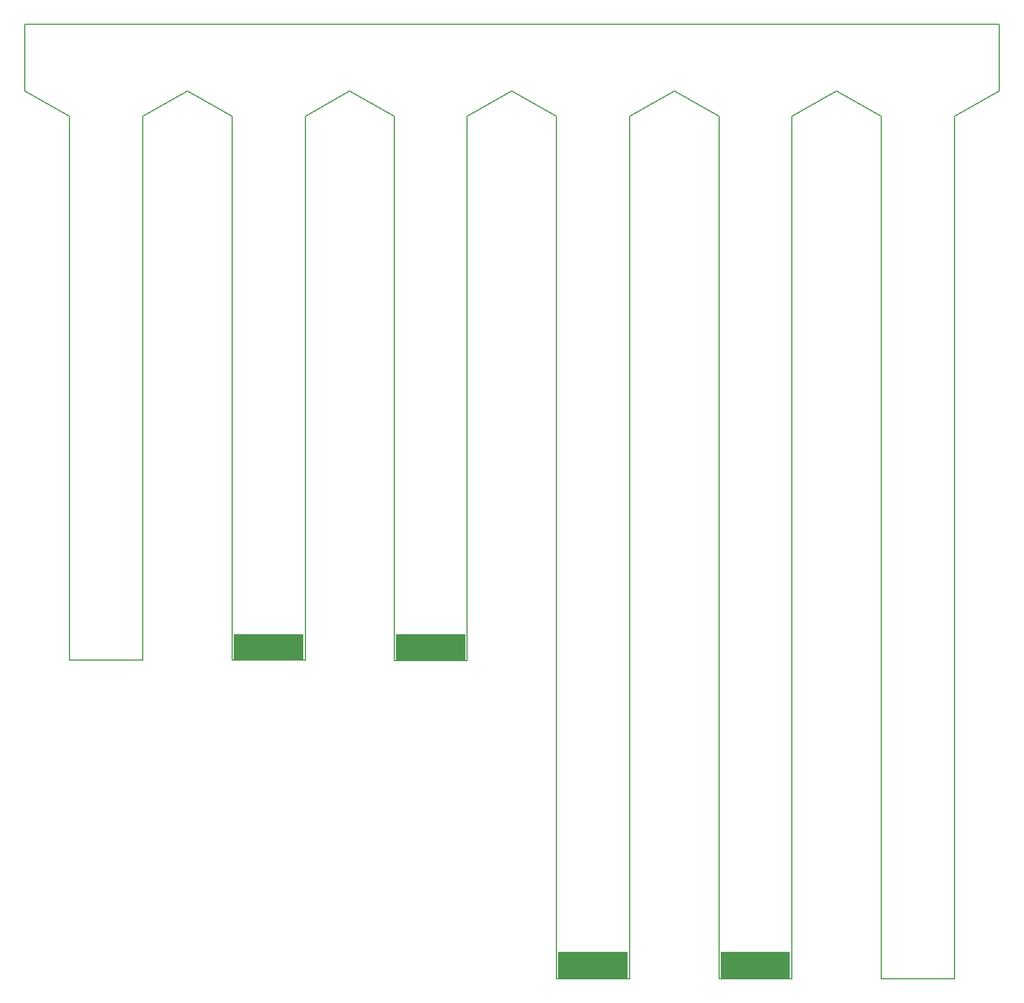
<source format=gbr>
%TF.GenerationSoftware,KiCad,Pcbnew,5.1.5+dfsg1-2~bpo10+1*%
%TF.CreationDate,2020-08-19T00:00:04+02:00*%
%TF.ProjectId,antmicro-alvium-flex-csi-adapter,616e746d-6963-4726-9f2d-616c7669756d,1.0.1*%
%TF.SameCoordinates,Original*%
%TF.FileFunction,Soldermask,Bot*%
%TF.FilePolarity,Negative*%
%FSLAX46Y46*%
G04 Gerber Fmt 4.6, Leading zero omitted, Abs format (unit mm)*
G04 Created by KiCad (PCBNEW 5.1.5+dfsg1-2~bpo10+1) date 2020-08-19 00:00:04 commit e5c3baf*
%MOMM*%
%LPD*%
G04 APERTURE LIST*
%ADD10C,0.150000*%
%ADD11C,0.100000*%
G04 APERTURE END LIST*
D10*
X285016000Y-214846000D02*
X296516000Y-214846000D01*
X303536000Y-64736000D02*
X303536000Y-75260000D01*
X278009000Y-75260000D02*
X285016000Y-79260000D01*
X296516000Y-79260000D02*
X303536000Y-75260000D01*
X285016000Y-214846000D02*
X285016000Y-79260000D01*
X296516000Y-214846000D02*
X296516000Y-79260000D01*
X168952000Y-79250000D02*
X175929000Y-75250000D01*
X150402000Y-64736000D02*
X150402000Y-75250000D01*
X157452000Y-164786000D02*
X168952000Y-164786000D01*
X157452000Y-164786000D02*
X157452000Y-79250000D01*
X168952000Y-164786000D02*
X168952000Y-79250000D01*
X150402000Y-75250000D02*
X157452000Y-79250000D01*
X233949000Y-214846000D02*
X233949000Y-79260000D01*
X252469000Y-75260000D02*
X259489000Y-79260000D01*
X270989000Y-214846000D02*
X270989000Y-79260000D01*
X259489000Y-214846000D02*
X270989000Y-214846000D01*
X259489000Y-214846000D02*
X259489000Y-79260000D01*
X270989000Y-79260000D02*
X278009000Y-75260000D01*
X226949000Y-75250000D02*
X233949000Y-79260000D01*
X233949000Y-214846000D02*
X245449000Y-214846000D01*
X245449000Y-214846000D02*
X245449000Y-79260000D01*
X245449000Y-79260000D02*
X252469000Y-75260000D01*
X208429000Y-79250000D02*
X201429000Y-75250000D01*
X219929000Y-79250000D02*
X226949000Y-75250000D01*
X208429000Y-164836000D02*
X208429000Y-79250000D01*
X219929000Y-164836000D02*
X219929000Y-79250000D01*
X208429000Y-164836000D02*
X219929000Y-164836000D01*
X194479000Y-79250000D02*
X201429000Y-75250000D01*
X175929000Y-75250000D02*
X182979000Y-79250000D01*
X194479000Y-164786000D02*
X194479000Y-79250000D01*
X182979000Y-164786000D02*
X182979000Y-79250000D01*
X182979000Y-164786000D02*
X194479000Y-164786000D01*
X150402000Y-64736000D02*
X303536000Y-64736000D01*
D11*
G36*
X245151000Y-214751000D02*
G01*
X234249000Y-214751000D01*
X234249000Y-210649000D01*
X245151000Y-210649000D01*
X245151000Y-214751000D01*
G37*
G36*
X270651000Y-214751000D02*
G01*
X259749000Y-214751000D01*
X259749000Y-210649000D01*
X270651000Y-210649000D01*
X270651000Y-214751000D01*
G37*
G36*
X194151000Y-164751000D02*
G01*
X183249000Y-164751000D01*
X183249000Y-160649000D01*
X194151000Y-160649000D01*
X194151000Y-164751000D01*
G37*
G36*
X219651000Y-164751000D02*
G01*
X208749000Y-164751000D01*
X208749000Y-160649000D01*
X219651000Y-160649000D01*
X219651000Y-164751000D01*
G37*
M02*

</source>
